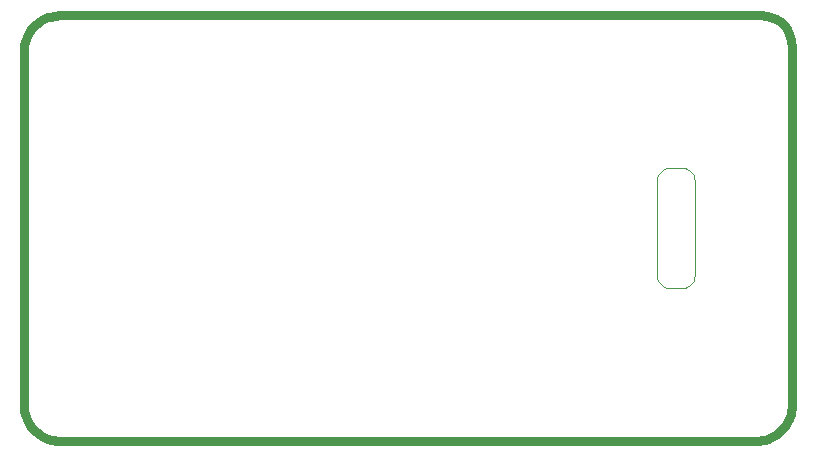
<source format=gko>
G04*
G04 #@! TF.GenerationSoftware,Altium Limited,Altium Designer,19.1.7 (138)*
G04*
G04 Layer_Color=16711935*
%FSLAX25Y25*%
%MOIN*%
G70*
G01*
G75*
%ADD13C,0.00394*%
%ADD68C,0.03000*%
D13*
X223622Y86614D02*
X223514Y87578D01*
X223193Y88493D01*
X222677Y89314D01*
X221991Y90000D01*
X221170Y90516D01*
X220255Y90836D01*
X219291Y90945D01*
X215354D02*
X214391Y90836D01*
X213475Y90516D01*
X212654Y90000D01*
X211968Y89314D01*
X211453Y88493D01*
X211132Y87578D01*
X211024Y86614D01*
Y55118D02*
X211132Y54154D01*
X211453Y53239D01*
X211968Y52418D01*
X212654Y51732D01*
X213475Y51216D01*
X214391Y50896D01*
X215354Y50787D01*
X219291D02*
X220255Y50896D01*
X221170Y51216D01*
X221991Y51732D01*
X222677Y52418D01*
X223193Y53239D01*
X223514Y54154D01*
X223622Y55118D01*
Y70866D02*
Y86614D01*
X215354Y90945D02*
X219291D01*
X211024Y55118D02*
Y86614D01*
X215354Y50787D02*
X219291D01*
X223622Y55118D02*
Y70866D01*
D68*
X0Y11811D02*
X40Y10836D01*
X161Y9867D01*
X361Y8912D01*
X640Y7976D01*
X995Y7067D01*
X1424Y6190D01*
X1923Y5351D01*
X2490Y4557D01*
X3121Y3812D01*
X3812Y3121D01*
X4557Y2490D01*
X5351Y1923D01*
X6190Y1424D01*
X7067Y995D01*
X7976Y640D01*
X8912Y361D01*
X9867Y161D01*
X10836Y40D01*
X11811Y0D01*
Y141732D02*
X10836Y141692D01*
X9867Y141571D01*
X8912Y141371D01*
X7976Y141092D01*
X7067Y140737D01*
X6190Y140309D01*
X5351Y139809D01*
X4557Y139242D01*
X3812Y138611D01*
X3121Y137921D01*
X2490Y137176D01*
X1923Y136381D01*
X1424Y135543D01*
X995Y134666D01*
X640Y133756D01*
X361Y132821D01*
X161Y131865D01*
X40Y130897D01*
X0Y129921D01*
X244094Y0D02*
X245070Y40D01*
X246039Y161D01*
X246994Y361D01*
X247930Y640D01*
X248839Y995D01*
X249716Y1424D01*
X250554Y1923D01*
X251349Y2490D01*
X252094Y3121D01*
X252784Y3812D01*
X253415Y4557D01*
X253982Y5351D01*
X254482Y6190D01*
X254911Y7067D01*
X255266Y7976D01*
X255544Y8912D01*
X255744Y9867D01*
X255865Y10836D01*
X255906Y11811D01*
Y131732D02*
X255857Y132712D01*
X255713Y133683D01*
X255475Y134635D01*
X255144Y135559D01*
X254725Y136446D01*
X254220Y137288D01*
X253636Y138076D01*
X252977Y138803D01*
X252249Y139462D01*
X251461Y140047D01*
X250620Y140551D01*
X249732Y140971D01*
X248808Y141302D01*
X247856Y141540D01*
X246886Y141684D01*
X245905Y141732D01*
X11811Y0D02*
X244094D01*
X-0Y11811D02*
X0Y129921D01*
X255906Y131732D02*
X255906Y11811D01*
X11811Y141732D02*
X245905D01*
M02*

</source>
